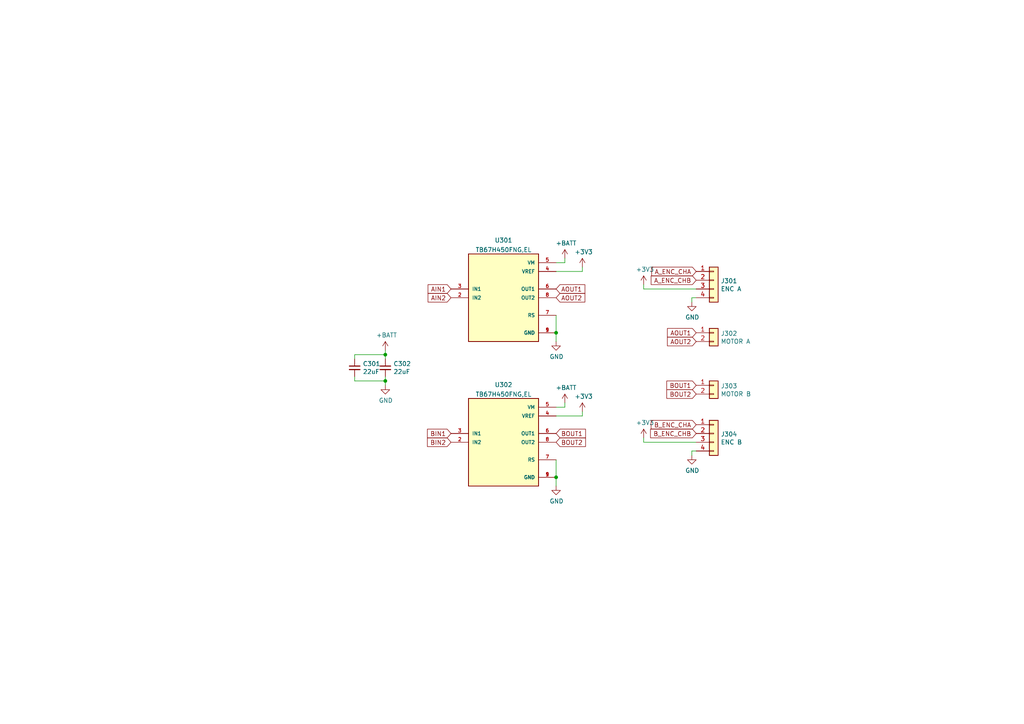
<source format=kicad_sch>
(kicad_sch (version 20211123) (generator eeschema)
  (paper "A4")
  (title_block (title "Kontroller") (date "2021-12-28") (rev "1"))
  (lib_symbols
    (symbol "Connector_Generic:Conn_01x02" (pin_names (offset 1.016) hide)
      (property "Reference" "J" (at 0 2.54 0))
      (property "Value" "Conn_01x02" (at 0 -5.08 0))
      (symbol "Conn_01x02_1_1"
        (rectangle (start -1.27 -2.413) (end 0 -2.667) (stroke (width 0.1524)))
        (rectangle (start -1.27 0.127) (end 0 -0.127) (stroke (width 0.1524)))
        (rectangle (start -1.27 1.27) (end 1.27 -3.81) (stroke (width 0.254)) (fill (type background)))
        (pin passive line (at -5.08 0 0) (length 3.81) (name "Pin_1") (number "1"))
        (pin passive line (at -5.08 -2.54 0) (length 3.81) (name "Pin_2") (number "2"))
      )
    )
    (symbol "Connector_Generic:Conn_01x04" (pin_names (offset 1.016) hide)
      (property "Reference" "J" (at 0 5.08 0))
      (property "Value" "Conn_01x04" (at 0 -7.62 0))
      (symbol "Conn_01x04_1_1"
        (rectangle (start -1.27 -4.953) (end 0 -5.207) (stroke (width 0.1524)))
        (rectangle (start -1.27 -2.413) (end 0 -2.667) (stroke (width 0.1524)))
        (rectangle (start -1.27 0.127) (end 0 -0.127) (stroke (width 0.1524)))
        (rectangle (start -1.27 2.667) (end 0 2.413) (stroke (width 0.1524)))
        (rectangle (start -1.27 3.81) (end 1.27 -6.35) (stroke (width 0.254)) (fill (type background)))
        (pin passive line (at -5.08 2.54 0) (length 3.81) (name "Pin_1") (number "1"))
        (pin passive line (at -5.08 0 0) (length 3.81) (name "Pin_2") (number "2"))
        (pin passive line (at -5.08 -2.54 0) (length 3.81) (name "Pin_3") (number "3"))
        (pin passive line (at -5.08 -5.08 0) (length 3.81) (name "Pin_4") (number "4"))
      )
    )
    (symbol "Device:C_Small" (pin_numbers hide) (pin_names (offset 0.254) hide)
      (property "Reference" "C" (at 0.254 1.778 0))
      (property "Value" "C_Small" (at 0.254 -2.032 0))
      (symbol "C_Small_0_1"
        (polyline (pts (xy -1.524 -0.508) (xy 1.524 -0.508)) (stroke (width 0.3302)))
        (polyline (pts (xy -1.524 0.508) (xy 1.524 0.508)) (stroke (width 0.3048)))
      )
      (symbol "C_Small_1_1"
        (pin passive line (at 0 2.54 270) (length 2.032) (name "~") (number "1"))
        (pin passive line (at 0 -2.54 90) (length 2.032) (name "~") (number "2"))
      )
    )
    (symbol "TB67H450FNG_EL:TB67H450FNG,EL" (pin_names (offset 1.016))
      (property "Reference" "U" (at -10.16 13.462 0))
      (property "Value" "TB67H450FNG,EL" (at -10.16 -15.24 0))
      (symbol "TB67H450FNG,EL_0_0"
        (rectangle (start -10.16 -12.7) (end 10.16 12.7) (stroke (width 0.254)) (fill (type background)))
        (pin power_in line (at 15.24 -10.16 180) (length 5.08) (name "GND") (number "1"))
        (pin input line (at -15.24 0 0) (length 5.08) (name "IN2") (number "2"))
        (pin input line (at -15.24 2.54 0) (length 5.08) (name "IN1") (number "3"))
        (pin power_in line (at 15.24 7.62 180) (length 5.08) (name "VREF") (number "4"))
        (pin power_in line (at 15.24 10.16 180) (length 5.08) (name "VM") (number "5"))
        (pin output line (at 15.24 2.54 180) (length 5.08) (name "OUT1") (number "6"))
        (pin output line (at 15.24 -5.08 180) (length 5.08) (name "RS") (number "7"))
        (pin output line (at 15.24 0 180) (length 5.08) (name "OUT2") (number "8"))
        (pin power_in line (at 15.24 -10.16 180) (length 5.08) (name "GND") (number "9"))
      )
    )
    (symbol "power:+3.3V" (power) (pin_names (offset 0))
      (property "Value" "+3.3V" (at 0 3.556 0))
      (symbol "+3.3V_0_1"
        (polyline (pts (xy -0.762 1.27) (xy 0 2.54)))
        (polyline (pts (xy 0 0) (xy 0 2.54)))
        (polyline (pts (xy 0 2.54) (xy 0.762 1.27)))
      )
      (symbol "+3.3V_1_1"
        (pin power_in line (at 0 0 90) (length 0) hide (name "+3V3") (number "1"))
      )
    )
    (symbol "power:+BATT" (power) (pin_names (offset 0))
      (property "Value" "+BATT" (at 0 3.556 0))
      (symbol "+BATT_0_1"
        (polyline (pts (xy -0.762 1.27) (xy 0 2.54)))
        (polyline (pts (xy 0 0) (xy 0 2.54)))
        (polyline (pts (xy 0 2.54) (xy 0.762 1.27)))
      )
      (symbol "+BATT_1_1"
        (pin power_in line (at 0 0 90) (length 0) hide (name "+BATT") (number "1"))
      )
    )
    (symbol "power:GND" (power) (pin_names (offset 0))
      (property "Value" "GND" (at 0 -3.81 0))
      (symbol "GND_0_1"
        (polyline (pts (xy 0 0) (xy 0 -1.27) (xy 1.27 -1.27) (xy 0 -2.54) (xy -1.27 -1.27) (xy 0 -1.27)))
      )
      (symbol "GND_1_1"
        (pin power_in line (at 0 0 270) (length 0) hide (name "GND") (number "1"))
      )
    )
  )
  (junction (at 161.29 138.43))
  (junction (at 161.29 96.52))
  (junction (at 111.76 110.49))
  (junction (at 111.76 102.87))
  (wire (pts (xy 102.87 104.14) (xy 102.87 102.87)))
  (wire (pts (xy 186.69 83.82) (xy 201.93 83.82)))
  (wire (pts (xy 200.66 132.08) (xy 200.66 130.81)))
  (wire (pts (xy 111.76 109.22) (xy 111.76 110.49)))
  (wire (pts (xy 200.66 86.36) (xy 200.66 87.63)))
  (wire (pts (xy 163.83 118.11) (xy 163.83 116.84)))
  (wire (pts (xy 111.76 104.14) (xy 111.76 102.87)))
  (wire (pts (xy 163.83 76.2) (xy 163.83 74.93)))
  (wire (pts (xy 201.93 86.36) (xy 200.66 86.36)))
  (wire (pts (xy 161.29 138.43) (xy 161.29 140.97)))
  (wire (pts (xy 102.87 110.49) (xy 102.87 109.22)))
  (wire (pts (xy 186.69 128.27) (xy 186.69 127)))
  (wire (pts (xy 168.91 120.65) (xy 168.91 119.38)))
  (wire (pts (xy 161.29 118.11) (xy 163.83 118.11)))
  (wire (pts (xy 161.29 120.65) (xy 168.91 120.65)))
  (wire (pts (xy 161.29 91.44) (xy 161.29 96.52)))
  (wire (pts (xy 200.66 130.81) (xy 201.93 130.81)))
  (wire (pts (xy 102.87 102.87) (xy 111.76 102.87)))
  (wire (pts (xy 168.91 78.74) (xy 168.91 77.47)))
  (wire (pts (xy 161.29 96.52) (xy 161.29 99.06)))
  (wire (pts (xy 111.76 102.87) (xy 111.76 101.6)))
  (wire (pts (xy 111.76 110.49) (xy 111.76 111.76)))
  (wire (pts (xy 111.76 110.49) (xy 102.87 110.49)))
  (wire (pts (xy 161.29 76.2) (xy 163.83 76.2)))
  (wire (pts (xy 186.69 82.55) (xy 186.69 83.82)))
  (wire (pts (xy 161.29 133.35) (xy 161.29 138.43)))
  (wire (pts (xy 161.29 78.74) (xy 168.91 78.74)))
  (wire (pts (xy 201.93 128.27) (xy 186.69 128.27)))
  (global_label "AOUT2" (shape input) (at 201.93 99.06 180) (property "Intersheet References" "${INTERSHEET_REFS}" (effects hide)))
  (global_label "AOUT2" (shape input) (at 161.29 86.36 0) (property "Intersheet References" "${INTERSHEET_REFS}" (effects hide)))
  (global_label "BOUT1" (shape input) (at 201.93 111.76 180) (property "Intersheet References" "${INTERSHEET_REFS}" (effects hide)))
  (global_label "AIN2" (shape input) (at 130.81 86.36 180) (property "Intersheet References" "${INTERSHEET_REFS}" (effects hide)))
  (global_label "A_ENC_CHB" (shape input) (at 201.93 81.28 180) (property "Intersheet References" "${INTERSHEET_REFS}" (effects hide)))
  (global_label "BIN2" (shape input) (at 130.81 128.27 180) (property "Intersheet References" "${INTERSHEET_REFS}" (effects hide)))
  (global_label "B_ENC_CHB" (shape input) (at 201.93 125.73 180) (property "Intersheet References" "${INTERSHEET_REFS}" (effects hide)))
  (global_label "B_ENC_CHA" (shape input) (at 201.93 123.19 180) (property "Intersheet References" "${INTERSHEET_REFS}" (effects hide)))
  (global_label "AOUT1" (shape input) (at 161.29 83.82 0) (property "Intersheet References" "${INTERSHEET_REFS}" (effects hide)))
  (global_label "BOUT1" (shape input) (at 161.29 125.73 0) (property "Intersheet References" "${INTERSHEET_REFS}" (effects hide)))
  (global_label "BOUT2" (shape input) (at 161.29 128.27 0) (property "Intersheet References" "${INTERSHEET_REFS}" (effects hide)))
  (global_label "AOUT1" (shape input) (at 201.93 96.52 180) (property "Intersheet References" "${INTERSHEET_REFS}" (effects hide)))
  (global_label "AIN1" (shape input) (at 130.81 83.82 180) (property "Intersheet References" "${INTERSHEET_REFS}" (effects hide)))
  (global_label "A_ENC_CHA" (shape input) (at 201.93 78.74 180) (property "Intersheet References" "${INTERSHEET_REFS}" (effects hide)))
  (global_label "BOUT2" (shape input) (at 201.93 114.3 180) (property "Intersheet References" "${INTERSHEET_REFS}" (effects hide)))
  (global_label "BIN1" (shape input) (at 130.81 125.73 180) (property "Intersheet References" "${INTERSHEET_REFS}" (effects hide)))
  (symbol (lib_id "power:+BATT") (at 163.83 74.93 0) (unit 1)
    (property "Reference" "#PWR0301" (effects hide))
    (property "Value" "+BATT" (at 164.211 70.5358 0))
  )
  (symbol (lib_id "power:GND") (at 161.29 140.97 0) (unit 1)
    (property "Reference" "#PWR0312" (effects hide))
    (property "Value" "GND" (at 161.417 145.3642 0))
  )
  (symbol (lib_id "power:+3.3V") (at 168.91 119.38 0) (unit 1)
    (property "Reference" "#PWR0309" (effects hide))
    (property "Value" "+3.3V" (at 169.291 114.9858 0))
  )
  (symbol (lib_id "Device:C_Small") (at 111.76 106.68 0) (unit 1)
    (property "Reference" "C302" (at 114.0968 105.5116 0) (effects (justify left)))
    (property "Value" "22uF" (at 114.0968 107.823 0) (effects (justify left)))
    (property "Footprint" "Capacitor_SMD:C_1206_3216Metric" (effects hide))
  )
  (symbol (lib_id "power:GND") (at 111.76 111.76 0) (unit 1)
    (property "Reference" "#PWR0307" (effects hide))
    (property "Value" "GND" (at 111.887 116.1542 0))
  )
  (symbol (lib_id "power:+BATT") (at 111.76 101.6 0) (unit 1)
    (property "Reference" "#PWR0306" (effects hide))
    (property "Value" "+BATT" (at 112.141 97.2058 0))
  )
  (symbol (lib_id "power:+3.3V") (at 186.69 82.55 0) (unit 1)
    (property "Reference" "#PWR0303" (effects hide))
    (property "Value" "+3.3V" (at 187.071 78.1558 0))
  )
  (symbol (lib_id "power:GND") (at 200.66 87.63 0) (unit 1)
    (property "Reference" "#PWR0304" (effects hide))
    (property "Value" "GND" (at 200.787 92.0242 0))
  )
  (symbol (lib_id "Connector_Generic:Conn_01x02") (at 207.01 96.52 0) (unit 1)
    (property "Reference" "J302" (at 209.042 96.7232 0) (effects (justify left)))
    (property "Value" "MOTOR A" (at 209.042 99.0346 0) (effects (justify left)))
    (property "Footprint" "Connector_PinHeader_2.54mm:PinHeader_1x02_P2.54mm_Vertical" (effects hide))
  )
  (symbol (lib_id "Connector_Generic:Conn_01x04") (at 207.01 81.28 0) (unit 1)
    (property "Reference" "J301" (at 209.042 81.4832 0) (effects (justify left)))
    (property "Value" "ENC A" (at 209.042 83.7946 0) (effects (justify left)))
    (property "Footprint" "Connector_PinHeader_1.27mm:PinHeader_1x04_P1.27mm_Vertical" (effects hide))
  )
  (symbol (lib_id "Connector_Generic:Conn_01x02") (at 207.01 111.76 0) (unit 1)
    (property "Reference" "J303" (at 209.042 111.9632 0) (effects (justify left)))
    (property "Value" "MOTOR B" (at 209.042 114.2746 0) (effects (justify left)))
    (property "Footprint" "Connector_PinHeader_2.54mm:PinHeader_1x02_P2.54mm_Vertical" (effects hide))
  )
  (symbol (lib_id "Connector_Generic:Conn_01x04") (at 207.01 125.73 0) (unit 1)
    (property "Reference" "J304" (at 209.042 125.9332 0) (effects (justify left)))
    (property "Value" "ENC B" (at 209.042 128.2446 0) (effects (justify left)))
    (property "Footprint" "Connector_PinHeader_1.27mm:PinHeader_1x04_P1.27mm_Vertical" (effects hide))
  )
  (symbol (lib_id "power:+3.3V") (at 186.69 127 0) (unit 1)
    (property "Reference" "#PWR0310" (effects hide))
    (property "Value" "+3.3V" (at 187.071 122.6058 0))
  )
  (symbol (lib_id "power:GND") (at 200.66 132.08 0) (unit 1)
    (property "Reference" "#PWR0311" (effects hide))
    (property "Value" "GND" (at 200.787 136.4742 0))
  )
  (symbol (lib_id "power:+3.3V") (at 168.91 77.47 0) (unit 1)
    (property "Reference" "#PWR0302" (effects hide))
    (property "Value" "+3.3V" (at 169.291 73.0758 0))
  )
  (symbol (lib_id "power:+BATT") (at 163.83 116.84 0) (unit 1)
    (property "Reference" "#PWR0308" (effects hide))
    (property "Value" "+BATT" (at 164.211 112.4458 0))
  )
  (symbol (lib_id "TB67H450FNG_EL:TB67H450FNG,EL") (at 146.05 86.36 0) (unit 1)
    (property "Reference" "U301" (at 146.05 69.6935 0))
    (property "Value" "TB67H450FNG,EL" (at 146.05 72.4686 0))
    (property "Footprint" "footprints:SOIC127P599X175-9N" (effects hide))
    (property "MANUFACTURER" "Toshiba Semiconductor and Storage" (effects hide))
    (property "MAXIMUM_PACKAGE_HEIGHT" "1.75 mm" (effects hide))
    (property "PARTREV" "3.0" (effects hide))
    (property "SNAPEDA_PN" "TB67H450FNG,EL" (effects hide))
    (property "STANDARD" "IPC-7351B" (effects hide))
  )
  (symbol (lib_id "power:GND") (at 161.29 99.06 0) (unit 1)
    (property "Reference" "#PWR0305" (effects hide))
    (property "Value" "GND" (at 161.417 103.4542 0))
  )
  (symbol (lib_id "TB67H450FNG_EL:TB67H450FNG,EL") (at 146.05 128.27 0) (unit 1)
    (property "Reference" "U302" (at 146.05 111.6035 0))
    (property "Value" "TB67H450FNG,EL" (at 146.05 114.3786 0))
    (property "Footprint" "footprints:SOIC127P599X175-9N" (effects hide))
    (property "MANUFACTURER" "Toshiba Semiconductor and Storage" (effects hide))
    (property "MAXIMUM_PACKAGE_HEIGHT" "1.75 mm" (effects hide))
    (property "PARTREV" "3.0" (effects hide))
    (property "SNAPEDA_PN" "TB67H450FNG,EL" (effects hide))
    (property "STANDARD" "IPC-7351B" (effects hide))
  )
  (symbol (lib_id "Device:C_Small") (at 102.87 106.68 0) (unit 1)
    (property "Reference" "C301" (at 105.2068 105.5116 0) (effects (justify left)))
    (property "Value" "22uF" (at 105.2068 107.823 0) (effects (justify left)))
    (property "Footprint" "Capacitor_SMD:C_1206_3216Metric" (effects hide))
  )
)
</source>
